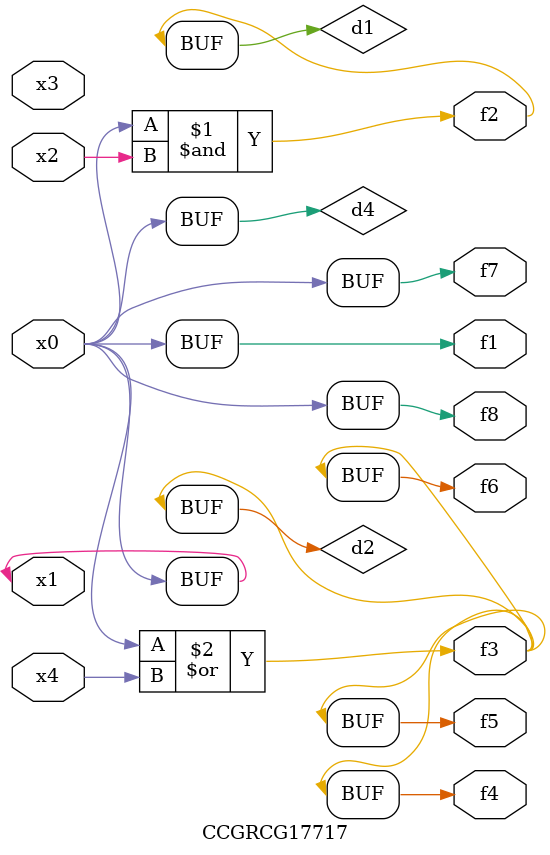
<source format=v>
module CCGRCG17717(
	input x0, x1, x2, x3, x4,
	output f1, f2, f3, f4, f5, f6, f7, f8
);

	wire d1, d2, d3, d4;

	and (d1, x0, x2);
	or (d2, x0, x4);
	nand (d3, x0, x2);
	buf (d4, x0, x1);
	assign f1 = d4;
	assign f2 = d1;
	assign f3 = d2;
	assign f4 = d2;
	assign f5 = d2;
	assign f6 = d2;
	assign f7 = d4;
	assign f8 = d4;
endmodule

</source>
